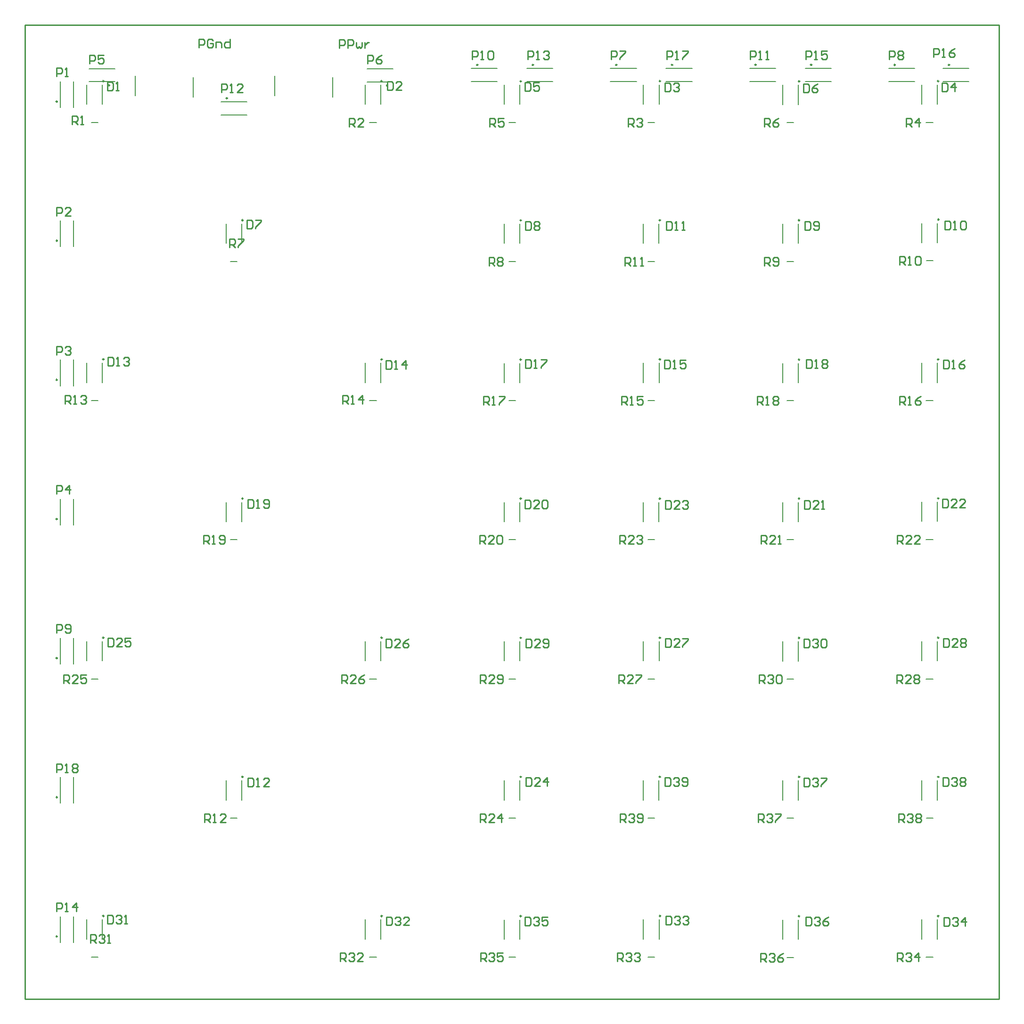
<source format=gto>
G04*
G04 #@! TF.GenerationSoftware,Altium Limited,Altium Designer,20.0.13 (296)*
G04*
G04 Layer_Color=65535*
%FSLAX44Y44*%
%MOMM*%
G71*
G01*
G75*
%ADD10C,0.2500*%
%ADD11C,0.2000*%
%ADD12C,0.2540*%
D10*
X1661092Y1678200D02*
G03*
X1661092Y1678200I-1250J0D01*
G01*
X1391737Y148664D02*
G03*
X1391737Y148664I-1250J0D01*
G01*
Y648664D02*
G03*
X1391737Y648664I-1250J0D01*
G01*
Y1148664D02*
G03*
X1391737Y1148664I-1250J0D01*
G01*
Y1648664D02*
G03*
X1391737Y1648664I-1250J0D01*
G01*
X1141589Y1398961D02*
G03*
X1141589Y1398961I-1250J0D01*
G01*
Y898961D02*
G03*
X1141589Y898961I-1250J0D01*
G01*
Y398961D02*
G03*
X1141589Y398961I-1250J0D01*
G01*
X891658Y148795D02*
G03*
X891658Y148795I-1250J0D01*
G01*
Y648795D02*
G03*
X891658Y648795I-1250J0D01*
G01*
Y1148795D02*
G03*
X891658Y1148795I-1250J0D01*
G01*
Y1648795D02*
G03*
X891658Y1648795I-1250J0D01*
G01*
X1642091Y1400270D02*
G03*
X1642091Y1400270I-1250J0D01*
G01*
X1641750Y899505D02*
G03*
X1641750Y899505I-1250J0D01*
G01*
X1641909Y398897D02*
G03*
X1641909Y398897I-1250J0D01*
G01*
X1641750Y149000D02*
G03*
X1641750Y149000I-1250J0D01*
G01*
Y649000D02*
G03*
X1641750Y649000I-1250J0D01*
G01*
Y1149000D02*
G03*
X1641750Y1149000I-1250J0D01*
G01*
Y1649000D02*
G03*
X1641750Y1649000I-1250J0D01*
G01*
X1391750Y1399000D02*
G03*
X1391750Y1399000I-1250J0D01*
G01*
Y899000D02*
G03*
X1391750Y899000I-1250J0D01*
G01*
Y399000D02*
G03*
X1391750Y399000I-1250J0D01*
G01*
X1141750Y149000D02*
G03*
X1141750Y149000I-1250J0D01*
G01*
Y649000D02*
G03*
X1141750Y649000I-1250J0D01*
G01*
Y1149000D02*
G03*
X1141750Y1149000I-1250J0D01*
G01*
Y1649000D02*
G03*
X1141750Y1649000I-1250J0D01*
G01*
X891750Y1399000D02*
G03*
X891750Y1399000I-1250J0D01*
G01*
Y899000D02*
G03*
X891750Y899000I-1250J0D01*
G01*
Y399000D02*
G03*
X891750Y399000I-1250J0D01*
G01*
X641750Y149000D02*
G03*
X641750Y149000I-1250J0D01*
G01*
Y649000D02*
G03*
X641750Y649000I-1250J0D01*
G01*
Y1149000D02*
G03*
X641750Y1149000I-1250J0D01*
G01*
X141750Y1649000D02*
G03*
X141750Y1649000I-1250J0D01*
G01*
X641750D02*
G03*
X641750Y1649000I-1250J0D01*
G01*
X391750Y1399000D02*
G03*
X391750Y1399000I-1250J0D01*
G01*
Y899000D02*
G03*
X391750Y899000I-1250J0D01*
G01*
Y399000D02*
G03*
X391750Y399000I-1250J0D01*
G01*
X141750Y149000D02*
G03*
X141750Y149000I-1250J0D01*
G01*
Y649000D02*
G03*
X141750Y649000I-1250J0D01*
G01*
Y1149000D02*
G03*
X141750Y1149000I-1250J0D01*
G01*
X58050Y1612300D02*
G03*
X58050Y1612300I-1250J0D01*
G01*
Y1362300D02*
G03*
X58050Y1362300I-1250J0D01*
G01*
Y1112300D02*
G03*
X58050Y1112300I-1250J0D01*
G01*
Y862300D02*
G03*
X58050Y862300I-1250J0D01*
G01*
X151842Y1641530D02*
G03*
X151842Y1641530I-1250J0D01*
G01*
X651650Y1641230D02*
G03*
X651650Y1641230I-1250J0D01*
G01*
X1063550Y1678200D02*
G03*
X1063550Y1678200I-1250J0D01*
G01*
X1563550D02*
G03*
X1563550Y1678200I-1250J0D01*
G01*
X58050Y612300D02*
G03*
X58050Y612300I-1250J0D01*
G01*
X813550Y1678200D02*
G03*
X813550Y1678200I-1250J0D01*
G01*
X1313550D02*
G03*
X1313550Y1678200I-1250J0D01*
G01*
X363550Y1618200D02*
G03*
X363550Y1618200I-1250J0D01*
G01*
X913550Y1678200D02*
G03*
X913550Y1678200I-1250J0D01*
G01*
X58050Y112300D02*
G03*
X58050Y112300I-1250J0D01*
G01*
X1413550Y1678200D02*
G03*
X1413550Y1678200I-1250J0D01*
G01*
X1163550D02*
G03*
X1163550Y1678200I-1250J0D01*
G01*
X58050Y362300D02*
G03*
X58050Y362300I-1250J0D01*
G01*
D11*
X1649192Y1671700D02*
X1695892D01*
X1649192Y1648300D02*
X1695892D01*
X448250Y1623250D02*
Y1658250D01*
X552250Y1620500D02*
Y1655500D01*
X198250Y1623250D02*
Y1658250D01*
X302250Y1620500D02*
Y1655500D01*
X1368987Y74664D02*
X1380987D01*
X1360987Y107164D02*
Y142164D01*
X1388987Y107164D02*
Y142164D01*
X1368987Y574664D02*
X1380987D01*
X1360987Y607164D02*
Y642164D01*
X1388987Y607164D02*
Y642164D01*
X1368987Y1074664D02*
X1380987D01*
X1360987Y1107164D02*
Y1142164D01*
X1388987Y1107164D02*
Y1142164D01*
X1368987Y1574664D02*
X1380987D01*
X1360987Y1607164D02*
Y1642164D01*
X1388987Y1607164D02*
Y1642164D01*
X1118839Y1324961D02*
X1130839D01*
X1110839Y1357461D02*
Y1392461D01*
X1138839Y1357461D02*
Y1392461D01*
X1110839Y857461D02*
Y892461D01*
X1138839Y857461D02*
Y892461D01*
Y357461D02*
Y392461D01*
X1110839Y357461D02*
Y392461D01*
X1118839Y324961D02*
X1130839D01*
X868908Y74795D02*
X880908D01*
X860908Y107295D02*
Y142295D01*
X888908Y107295D02*
Y142295D01*
X868908Y574795D02*
X880908D01*
X860908Y607295D02*
Y642295D01*
X888908Y607295D02*
Y642295D01*
X868908Y1074795D02*
X880908D01*
X860908Y1107295D02*
Y1142295D01*
X888908Y1107295D02*
Y1142295D01*
X868908Y1574795D02*
X880908D01*
X860908Y1607295D02*
Y1642295D01*
X888908Y1607295D02*
Y1642295D01*
X1619341Y1326270D02*
X1631341D01*
X1611341Y1358770D02*
Y1393770D01*
X1639341Y1358770D02*
Y1393770D01*
X1619000Y825505D02*
X1631000D01*
X1611000Y858005D02*
Y893005D01*
X1639000Y858005D02*
Y893005D01*
X1639159Y357397D02*
Y392397D01*
X1611159Y357397D02*
Y392397D01*
X1619159Y324897D02*
X1631159D01*
X1619000Y75000D02*
X1631000D01*
X1611000Y107500D02*
Y142500D01*
X1639000Y107500D02*
Y142500D01*
X1619000Y575000D02*
X1631000D01*
X1611000Y607500D02*
Y642500D01*
X1639000Y607500D02*
Y642500D01*
X1619000Y1075000D02*
X1631000D01*
X1611000Y1107500D02*
Y1142500D01*
X1639000Y1107500D02*
Y1142500D01*
X1619000Y1575000D02*
X1631000D01*
X1611000Y1607500D02*
Y1642500D01*
X1639000Y1607500D02*
Y1642500D01*
X1361000Y1357500D02*
Y1392500D01*
X1389000Y1357500D02*
Y1392500D01*
X1369000Y1325000D02*
X1381000D01*
X1369000Y825000D02*
X1381000D01*
X1361000Y857500D02*
Y892500D01*
X1389000Y857500D02*
Y892500D01*
Y357500D02*
Y392500D01*
X1361000Y357500D02*
Y392500D01*
X1369000Y325000D02*
X1381000D01*
X1119000Y75000D02*
X1131000D01*
X1111000Y107500D02*
Y142500D01*
X1139000Y107500D02*
Y142500D01*
X1119000Y575000D02*
X1131000D01*
X1111000Y607500D02*
Y642500D01*
X1139000Y607500D02*
Y642500D01*
X1119000Y1075000D02*
X1131000D01*
X1111000Y1107500D02*
Y1142500D01*
X1139000Y1107500D02*
Y1142500D01*
X1119000Y1575000D02*
X1131000D01*
X1111000Y1607500D02*
Y1642500D01*
X1139000Y1607500D02*
Y1642500D01*
X619000Y1575000D02*
X631000D01*
X861000Y1357500D02*
Y1392500D01*
X889000Y1357500D02*
Y1392500D01*
X869000Y1325000D02*
X881000D01*
X861000Y857500D02*
Y892500D01*
X889000Y857500D02*
Y892500D01*
X869000Y825000D02*
X881000D01*
X861000Y357500D02*
Y392500D01*
X889000Y357500D02*
Y392500D01*
X869000Y325000D02*
X881000D01*
X619000Y75000D02*
X631000D01*
X611000Y107500D02*
Y142500D01*
X639000Y107500D02*
Y142500D01*
X369000Y325000D02*
X381000D01*
X119000Y575000D02*
X131000D01*
X619000D02*
X631000D01*
X611000Y607500D02*
Y642500D01*
X639000Y607500D02*
Y642500D01*
X611000Y1107500D02*
Y1142500D01*
X639000Y1107500D02*
Y1142500D01*
X119000Y1075000D02*
X131000D01*
X619000D02*
X631000D01*
X111000Y1607500D02*
Y1642500D01*
X139000Y1607500D02*
Y1642500D01*
X611000Y1607500D02*
Y1642500D01*
X639000Y1607500D02*
Y1642500D01*
X361000Y1357500D02*
Y1392500D01*
X389000Y1357500D02*
Y1392500D01*
X361000Y857500D02*
Y892500D01*
X389000Y857500D02*
Y892500D01*
X361000Y357500D02*
Y392500D01*
X389000Y357500D02*
Y392500D01*
X111000Y107500D02*
Y142500D01*
X139000Y107500D02*
Y142500D01*
X111000Y607500D02*
Y642500D01*
X139000Y607500D02*
Y642500D01*
X111000Y1107500D02*
Y1142500D01*
X139000Y1107500D02*
Y1142500D01*
X119000Y1575000D02*
X131000D01*
X369000Y825000D02*
X381000D01*
X1118839Y824961D02*
X1130839D01*
X369000Y1325000D02*
X381000D01*
X86700Y1601650D02*
Y1648350D01*
X63300Y1601650D02*
Y1648350D01*
X86700Y1351650D02*
Y1398350D01*
X63300Y1351650D02*
Y1398350D01*
X86700Y1101650D02*
Y1148350D01*
X63300Y1101650D02*
Y1148350D01*
X86700Y851650D02*
Y898350D01*
X63300Y851650D02*
Y898350D01*
X114542Y1671430D02*
X161242D01*
X114542Y1648030D02*
X161242D01*
X614350Y1671131D02*
X661050D01*
X614350Y1647731D02*
X661050D01*
X1051650Y1648300D02*
X1098350D01*
X1051650Y1671700D02*
X1098350D01*
X1551650Y1648300D02*
X1598350D01*
X1551650Y1671700D02*
X1598350D01*
X86700Y601650D02*
Y648350D01*
X63300Y601650D02*
Y648350D01*
X801650Y1648300D02*
X848350D01*
X801650Y1671700D02*
X848350D01*
X1301650Y1648300D02*
X1348350D01*
X1301650Y1671700D02*
X1348350D01*
X351650Y1588300D02*
X398350D01*
X351650Y1611700D02*
X398350D01*
X119000Y75000D02*
X131000D01*
X901650Y1648300D02*
X948350D01*
X901650Y1671700D02*
X948350D01*
X86700Y101650D02*
Y148350D01*
X63300Y101650D02*
Y148350D01*
X1401650Y1648300D02*
X1448350D01*
X1401650Y1671700D02*
X1448350D01*
X1151650Y1648300D02*
X1198350D01*
X1151650Y1671700D02*
X1198350D01*
X86700Y351650D02*
Y398350D01*
X63300Y351650D02*
Y398350D01*
D12*
X1632272Y1692208D02*
Y1707443D01*
X1639889D01*
X1642429Y1704904D01*
Y1699826D01*
X1639889Y1697286D01*
X1632272D01*
X1647507Y1692208D02*
X1652585D01*
X1650046D01*
Y1707443D01*
X1647507Y1704904D01*
X1670359Y1707443D02*
X1665281Y1704904D01*
X1660203Y1699826D01*
Y1694747D01*
X1662742Y1692208D01*
X1667820D01*
X1670359Y1694747D01*
Y1697286D01*
X1667820Y1699826D01*
X1660203D01*
X564480Y1708499D02*
Y1723734D01*
X572097D01*
X574636Y1721195D01*
Y1716116D01*
X572097Y1713577D01*
X564480D01*
X579715Y1708499D02*
Y1723734D01*
X587332D01*
X589871Y1721195D01*
Y1716116D01*
X587332Y1713577D01*
X579715D01*
X594950Y1718656D02*
Y1711038D01*
X597489Y1708499D01*
X600028Y1711038D01*
X602567Y1708499D01*
X605107Y1711038D01*
Y1718656D01*
X610185D02*
Y1708499D01*
Y1713577D01*
X612724Y1716116D01*
X615263Y1718656D01*
X617802D01*
X312154Y1709493D02*
Y1724728D01*
X319771D01*
X322310Y1722189D01*
Y1717111D01*
X319771Y1714571D01*
X312154D01*
X337546Y1722189D02*
X335006Y1724728D01*
X329928D01*
X327389Y1722189D01*
Y1712032D01*
X329928Y1709493D01*
X335006D01*
X337546Y1712032D01*
Y1717111D01*
X332467D01*
X342624Y1709493D02*
Y1719650D01*
X350241D01*
X352781Y1717111D01*
Y1709493D01*
X368016Y1724728D02*
Y1709493D01*
X360398D01*
X357859Y1712032D01*
Y1717111D01*
X360398Y1719650D01*
X368016D01*
X1069141Y317343D02*
Y332579D01*
X1076758D01*
X1079297Y330039D01*
Y324961D01*
X1076758Y322422D01*
X1069141D01*
X1074219D02*
X1079297Y317343D01*
X1084376Y330039D02*
X1086915Y332579D01*
X1091993D01*
X1094532Y330039D01*
Y327500D01*
X1091993Y324961D01*
X1089454D01*
X1091993D01*
X1094532Y322422D01*
Y319883D01*
X1091993Y317343D01*
X1086915D01*
X1084376Y319883D01*
X1099611D02*
X1102150Y317343D01*
X1107228D01*
X1109768Y319883D01*
Y330039D01*
X1107228Y332579D01*
X1102150D01*
X1099611Y330039D01*
Y327500D01*
X1102150Y324961D01*
X1109768D01*
X1569409Y317279D02*
Y332514D01*
X1577026D01*
X1579565Y329975D01*
Y324897D01*
X1577026Y322357D01*
X1569409D01*
X1574487D02*
X1579565Y317279D01*
X1584644Y329975D02*
X1587183Y332514D01*
X1592261D01*
X1594800Y329975D01*
Y327436D01*
X1592261Y324897D01*
X1589722D01*
X1592261D01*
X1594800Y322357D01*
Y319818D01*
X1592261Y317279D01*
X1587183D01*
X1584644Y319818D01*
X1599879Y329975D02*
X1602418Y332514D01*
X1607496D01*
X1610035Y329975D01*
Y327436D01*
X1607496Y324897D01*
X1610035Y322357D01*
Y319818D01*
X1607496Y317279D01*
X1602418D01*
X1599879Y319818D01*
Y322357D01*
X1602418Y324897D01*
X1599879Y327436D01*
Y329975D01*
X1602418Y324897D02*
X1607496D01*
X1317009Y317382D02*
Y332617D01*
X1324627D01*
X1327166Y330078D01*
Y325000D01*
X1324627Y322461D01*
X1317009D01*
X1322088D02*
X1327166Y317382D01*
X1332244Y330078D02*
X1334783Y332617D01*
X1339862D01*
X1342401Y330078D01*
Y327539D01*
X1339862Y325000D01*
X1337323D01*
X1339862D01*
X1342401Y322461D01*
Y319922D01*
X1339862Y317382D01*
X1334783D01*
X1332244Y319922D01*
X1347479Y332617D02*
X1357636D01*
Y330078D01*
X1347479Y319922D01*
Y317382D01*
X1149565Y398063D02*
Y382828D01*
X1157182D01*
X1159722Y385368D01*
Y395524D01*
X1157182Y398063D01*
X1149565D01*
X1164800Y395524D02*
X1167339Y398063D01*
X1172418D01*
X1174957Y395524D01*
Y392985D01*
X1172418Y390446D01*
X1169878D01*
X1172418D01*
X1174957Y387907D01*
Y385368D01*
X1172418Y382828D01*
X1167339D01*
X1164800Y385368D01*
X1180035D02*
X1182574Y382828D01*
X1187653D01*
X1190192Y385368D01*
Y395524D01*
X1187653Y398063D01*
X1182574D01*
X1180035Y395524D01*
Y392985D01*
X1182574Y390446D01*
X1190192D01*
X1649285Y397997D02*
Y382762D01*
X1656903D01*
X1659442Y385301D01*
Y395458D01*
X1656903Y397997D01*
X1649285D01*
X1664520Y395458D02*
X1667060Y397997D01*
X1672138D01*
X1674677Y395458D01*
Y392919D01*
X1672138Y390380D01*
X1669599D01*
X1672138D01*
X1674677Y387840D01*
Y385301D01*
X1672138Y382762D01*
X1667060D01*
X1664520Y385301D01*
X1679756Y395458D02*
X1682295Y397997D01*
X1687373D01*
X1689912Y395458D01*
Y392919D01*
X1687373Y390380D01*
X1689912Y387840D01*
Y385301D01*
X1687373Y382762D01*
X1682295D01*
X1679756Y385301D01*
Y387840D01*
X1682295Y390380D01*
X1679756Y392919D01*
Y395458D01*
X1682295Y390380D02*
X1687373D01*
X1399622Y397004D02*
Y381769D01*
X1407239D01*
X1409778Y384308D01*
Y394465D01*
X1407239Y397004D01*
X1399622D01*
X1414857Y394465D02*
X1417396Y397004D01*
X1422474D01*
X1425013Y394465D01*
Y391926D01*
X1422474Y389387D01*
X1419935D01*
X1422474D01*
X1425013Y386847D01*
Y384308D01*
X1422474Y381769D01*
X1417396D01*
X1414857Y384308D01*
X1430092Y397004D02*
X1440249D01*
Y394465D01*
X1430092Y384308D01*
Y381769D01*
X1321111Y67046D02*
Y82281D01*
X1328728D01*
X1331267Y79742D01*
Y74664D01*
X1328728Y72125D01*
X1321111D01*
X1326189D02*
X1331267Y67046D01*
X1336346Y79742D02*
X1338885Y82281D01*
X1343963D01*
X1346503Y79742D01*
Y77203D01*
X1343963Y74664D01*
X1341424D01*
X1343963D01*
X1346503Y72125D01*
Y69586D01*
X1343963Y67046D01*
X1338885D01*
X1336346Y69586D01*
X1361738Y82281D02*
X1356659Y79742D01*
X1351581Y74664D01*
Y69586D01*
X1354120Y67046D01*
X1359198D01*
X1361738Y69586D01*
Y72125D01*
X1359198Y74664D01*
X1351581D01*
X818090Y67177D02*
Y82413D01*
X825707D01*
X828247Y79873D01*
Y74795D01*
X825707Y72256D01*
X818090D01*
X823168D02*
X828247Y67177D01*
X833325Y79873D02*
X835864Y82413D01*
X840943D01*
X843482Y79873D01*
Y77334D01*
X840943Y74795D01*
X838403D01*
X840943D01*
X843482Y72256D01*
Y69717D01*
X840943Y67177D01*
X835864D01*
X833325Y69717D01*
X858717Y82413D02*
X848560D01*
Y74795D01*
X853638Y77334D01*
X856178D01*
X858717Y74795D01*
Y69717D01*
X856178Y67177D01*
X851099D01*
X848560Y69717D01*
X1567035Y67382D02*
Y82618D01*
X1574652D01*
X1577192Y80078D01*
Y75000D01*
X1574652Y72461D01*
X1567035D01*
X1572113D02*
X1577192Y67382D01*
X1582270Y80078D02*
X1584809Y82618D01*
X1589888D01*
X1592427Y80078D01*
Y77539D01*
X1589888Y75000D01*
X1587348D01*
X1589888D01*
X1592427Y72461D01*
Y69922D01*
X1589888Y67382D01*
X1584809D01*
X1582270Y69922D01*
X1605123Y67382D02*
Y82618D01*
X1597505Y75000D01*
X1607662D01*
X1064248Y67382D02*
Y82618D01*
X1071866D01*
X1074405Y80078D01*
Y75000D01*
X1071866Y72461D01*
X1064248D01*
X1069327D02*
X1074405Y67382D01*
X1079483Y80078D02*
X1082023Y82618D01*
X1087101D01*
X1089640Y80078D01*
Y77539D01*
X1087101Y75000D01*
X1084562D01*
X1087101D01*
X1089640Y72461D01*
Y69922D01*
X1087101Y67382D01*
X1082023D01*
X1079483Y69922D01*
X1094718Y80078D02*
X1097258Y82618D01*
X1102336D01*
X1104875Y80078D01*
Y77539D01*
X1102336Y75000D01*
X1099797D01*
X1102336D01*
X1104875Y72461D01*
Y69922D01*
X1102336Y67382D01*
X1097258D01*
X1094718Y69922D01*
X566385Y67382D02*
Y82618D01*
X574003D01*
X576542Y80078D01*
Y75000D01*
X574003Y72461D01*
X566385D01*
X571464D02*
X576542Y67382D01*
X581620Y80078D02*
X584160Y82618D01*
X589238D01*
X591777Y80078D01*
Y77539D01*
X589238Y75000D01*
X586699D01*
X589238D01*
X591777Y72461D01*
Y69922D01*
X589238Y67382D01*
X584160D01*
X581620Y69922D01*
X607012Y67382D02*
X596856D01*
X607012Y77539D01*
Y80078D01*
X604473Y82618D01*
X599395D01*
X596856Y80078D01*
X117634Y100654D02*
Y115889D01*
X125252D01*
X127791Y113350D01*
Y108272D01*
X125252Y105732D01*
X117634D01*
X122712D02*
X127791Y100654D01*
X132869Y113350D02*
X135408Y115889D01*
X140487D01*
X143026Y113350D01*
Y110811D01*
X140487Y108272D01*
X137947D01*
X140487D01*
X143026Y105732D01*
Y103193D01*
X140487Y100654D01*
X135408D01*
X132869Y103193D01*
X148104Y100654D02*
X153182D01*
X150643D01*
Y115889D01*
X148104Y113350D01*
X1318697Y567046D02*
Y582281D01*
X1326315D01*
X1328854Y579742D01*
Y574664D01*
X1326315Y572125D01*
X1318697D01*
X1323775D02*
X1328854Y567046D01*
X1333932Y579742D02*
X1336471Y582281D01*
X1341550D01*
X1344089Y579742D01*
Y577203D01*
X1341550Y574664D01*
X1339010D01*
X1341550D01*
X1344089Y572125D01*
Y569586D01*
X1341550Y567046D01*
X1336471D01*
X1333932Y569586D01*
X1349167Y579742D02*
X1351706Y582281D01*
X1356785D01*
X1359324Y579742D01*
Y569586D01*
X1356785Y567046D01*
X1351706D01*
X1349167Y569586D01*
Y579742D01*
X817543Y567177D02*
Y582412D01*
X825160D01*
X827700Y579873D01*
Y574795D01*
X825160Y572256D01*
X817543D01*
X822621D02*
X827700Y567177D01*
X842935D02*
X832778D01*
X842935Y577334D01*
Y579873D01*
X840396Y582412D01*
X835317D01*
X832778Y579873D01*
X848013Y569717D02*
X850552Y567177D01*
X855630D01*
X858170Y569717D01*
Y579873D01*
X855630Y582412D01*
X850552D01*
X848013Y579873D01*
Y577334D01*
X850552Y574795D01*
X858170D01*
X1566488Y567383D02*
Y582617D01*
X1574105D01*
X1576644Y580078D01*
Y575000D01*
X1574105Y572461D01*
X1566488D01*
X1571566D02*
X1576644Y567383D01*
X1591879D02*
X1581723D01*
X1591879Y577539D01*
Y580078D01*
X1589340Y582617D01*
X1584262D01*
X1581723Y580078D01*
X1596958D02*
X1599497Y582617D01*
X1604575D01*
X1607115Y580078D01*
Y577539D01*
X1604575Y575000D01*
X1607115Y572461D01*
Y569922D01*
X1604575Y567383D01*
X1599497D01*
X1596958Y569922D01*
Y572461D01*
X1599497Y575000D01*
X1596958Y577539D01*
Y580078D01*
X1599497Y575000D02*
X1604575D01*
X1066984Y567383D02*
Y582617D01*
X1074602D01*
X1077141Y580078D01*
Y575000D01*
X1074602Y572461D01*
X1066984D01*
X1072062D02*
X1077141Y567383D01*
X1092376D02*
X1082219D01*
X1092376Y577539D01*
Y580078D01*
X1089837Y582617D01*
X1084758D01*
X1082219Y580078D01*
X1097454Y582617D02*
X1107611D01*
Y580078D01*
X1097454Y569922D01*
Y567383D01*
X568574D02*
Y582617D01*
X576191D01*
X578731Y580078D01*
Y575000D01*
X576191Y572461D01*
X568574D01*
X573652D02*
X578731Y567383D01*
X593966D02*
X583809D01*
X593966Y577539D01*
Y580078D01*
X591426Y582617D01*
X586348D01*
X583809Y580078D01*
X609201Y582617D02*
X604122Y580078D01*
X599044Y575000D01*
Y569922D01*
X601583Y567383D01*
X606661D01*
X609201Y569922D01*
Y572461D01*
X606661Y575000D01*
X599044D01*
X69069Y567383D02*
Y582617D01*
X76687D01*
X79226Y580078D01*
Y575000D01*
X76687Y572461D01*
X69069D01*
X74147D02*
X79226Y567383D01*
X94461D02*
X84304D01*
X94461Y577539D01*
Y580078D01*
X91922Y582617D01*
X86843D01*
X84304Y580078D01*
X109696Y582617D02*
X99539D01*
Y575000D01*
X104618Y577539D01*
X107157D01*
X109696Y575000D01*
Y569922D01*
X107157Y567383D01*
X102078D01*
X99539Y569922D01*
X817506Y317382D02*
Y332617D01*
X825123D01*
X827662Y330078D01*
Y325000D01*
X825123Y322461D01*
X817506D01*
X822584D02*
X827662Y317382D01*
X842897D02*
X832741D01*
X842897Y327539D01*
Y330078D01*
X840358Y332617D01*
X835280D01*
X832741Y330078D01*
X855593Y317382D02*
Y332617D01*
X847976Y325000D01*
X858132D01*
X1068046Y817344D02*
Y832579D01*
X1075664D01*
X1078203Y830039D01*
Y824961D01*
X1075664Y822422D01*
X1068046D01*
X1073125D02*
X1078203Y817344D01*
X1093438D02*
X1083282D01*
X1093438Y827500D01*
Y830039D01*
X1090899Y832579D01*
X1085821D01*
X1083282Y830039D01*
X1098517D02*
X1101056Y832579D01*
X1106134D01*
X1108673Y830039D01*
Y827500D01*
X1106134Y824961D01*
X1103595D01*
X1106134D01*
X1108673Y822422D01*
Y819883D01*
X1106134Y817344D01*
X1101056D01*
X1098517Y819883D01*
X1567061Y817888D02*
Y833123D01*
X1574679D01*
X1577218Y830584D01*
Y825505D01*
X1574679Y822966D01*
X1567061D01*
X1572139D02*
X1577218Y817888D01*
X1592453D02*
X1582296D01*
X1592453Y828045D01*
Y830584D01*
X1589914Y833123D01*
X1584835D01*
X1582296Y830584D01*
X1607688Y817888D02*
X1597531D01*
X1607688Y828045D01*
Y830584D01*
X1605149Y833123D01*
X1600070D01*
X1597531Y830584D01*
X1322284Y817383D02*
Y832617D01*
X1329901D01*
X1332441Y830078D01*
Y825000D01*
X1329901Y822461D01*
X1322284D01*
X1327362D02*
X1332441Y817383D01*
X1347676D02*
X1337519D01*
X1347676Y827539D01*
Y830078D01*
X1345137Y832617D01*
X1340058D01*
X1337519Y830078D01*
X1352754Y817383D02*
X1357832D01*
X1355293D01*
Y832617D01*
X1352754Y830078D01*
X816411Y817383D02*
Y832617D01*
X824029D01*
X826568Y830078D01*
Y825000D01*
X824029Y822461D01*
X816411D01*
X821490D02*
X826568Y817383D01*
X841803D02*
X831646D01*
X841803Y827539D01*
Y830078D01*
X839264Y832617D01*
X834186D01*
X831646Y830078D01*
X846881D02*
X849421Y832617D01*
X854499D01*
X857038Y830078D01*
Y819922D01*
X854499Y817383D01*
X849421D01*
X846881Y819922D01*
Y830078D01*
X320365Y817383D02*
Y832617D01*
X327982D01*
X330521Y830078D01*
Y825000D01*
X327982Y822461D01*
X320365D01*
X325443D02*
X330521Y817383D01*
X335600D02*
X340678D01*
X338139D01*
Y832617D01*
X335600Y830078D01*
X348296Y819922D02*
X350835Y817383D01*
X355913D01*
X358452Y819922D01*
Y830078D01*
X355913Y832617D01*
X350835D01*
X348296Y830078D01*
Y827539D01*
X350835Y825000D01*
X358452D01*
X1315895Y1067046D02*
Y1082281D01*
X1323513D01*
X1326052Y1079742D01*
Y1074664D01*
X1323513Y1072125D01*
X1315895D01*
X1320974D02*
X1326052Y1067046D01*
X1331130D02*
X1336209D01*
X1333670D01*
Y1082281D01*
X1331130Y1079742D01*
X1343826D02*
X1346366Y1082281D01*
X1351444D01*
X1353983Y1079742D01*
Y1077203D01*
X1351444Y1074664D01*
X1353983Y1072125D01*
Y1069585D01*
X1351444Y1067046D01*
X1346366D01*
X1343826Y1069585D01*
Y1072125D01*
X1346366Y1074664D01*
X1343826Y1077203D01*
Y1079742D01*
X1346366Y1074664D02*
X1351444D01*
X823736Y1067177D02*
Y1082412D01*
X831354D01*
X833893Y1079873D01*
Y1074795D01*
X831354Y1072256D01*
X823736D01*
X828815D02*
X833893Y1067177D01*
X838971D02*
X844050D01*
X841511D01*
Y1082412D01*
X838971Y1079873D01*
X851667Y1082412D02*
X861824D01*
Y1079873D01*
X851667Y1069717D01*
Y1067177D01*
X1571587Y1067382D02*
Y1082617D01*
X1579205D01*
X1581744Y1080078D01*
Y1075000D01*
X1579205Y1072461D01*
X1571587D01*
X1576665D02*
X1581744Y1067382D01*
X1586822D02*
X1591900D01*
X1589361D01*
Y1082617D01*
X1586822Y1080078D01*
X1609675Y1082617D02*
X1604596Y1080078D01*
X1599518Y1075000D01*
Y1069922D01*
X1602057Y1067382D01*
X1607135D01*
X1609675Y1069922D01*
Y1072461D01*
X1607135Y1075000D01*
X1599518D01*
X1072083Y1067382D02*
Y1082617D01*
X1079701D01*
X1082240Y1080078D01*
Y1075000D01*
X1079701Y1072461D01*
X1072083D01*
X1077162D02*
X1082240Y1067382D01*
X1087318D02*
X1092397D01*
X1089857D01*
Y1082617D01*
X1087318Y1080078D01*
X1110171Y1082617D02*
X1100014D01*
Y1075000D01*
X1105093Y1077539D01*
X1107632D01*
X1110171Y1075000D01*
Y1069922D01*
X1107632Y1067382D01*
X1102553D01*
X1100014Y1069922D01*
X570391Y1069474D02*
Y1084709D01*
X578008D01*
X580547Y1082170D01*
Y1077092D01*
X578008Y1074553D01*
X570391D01*
X575469D02*
X580547Y1069474D01*
X585626D02*
X590704D01*
X588165D01*
Y1084709D01*
X585626Y1082170D01*
X605939Y1069474D02*
Y1084709D01*
X598321Y1077092D01*
X608478D01*
X71433Y1069474D02*
Y1084709D01*
X79050D01*
X81589Y1082170D01*
Y1077092D01*
X79050Y1074553D01*
X71433D01*
X76511D02*
X81589Y1069474D01*
X86668D02*
X91746D01*
X89207D01*
Y1084709D01*
X86668Y1082170D01*
X99364D02*
X101903Y1084709D01*
X106981D01*
X109521Y1082170D01*
Y1079631D01*
X106981Y1077092D01*
X104442D01*
X106981D01*
X109521Y1074553D01*
Y1072014D01*
X106981Y1069474D01*
X101903D01*
X99364Y1072014D01*
X322006Y317382D02*
Y332617D01*
X329623D01*
X332163Y330078D01*
Y325000D01*
X329623Y322461D01*
X322006D01*
X327084D02*
X332163Y317382D01*
X337241D02*
X342319D01*
X339780D01*
Y332617D01*
X337241Y330078D01*
X360094Y317382D02*
X349937D01*
X360094Y327539D01*
Y330078D01*
X357554Y332617D01*
X352476D01*
X349937Y330078D01*
X1077326Y1317343D02*
Y1332578D01*
X1084944D01*
X1087483Y1330039D01*
Y1324961D01*
X1084944Y1322422D01*
X1077326D01*
X1082405D02*
X1087483Y1317343D01*
X1092561D02*
X1097640D01*
X1095100D01*
Y1332578D01*
X1092561Y1330039D01*
X1105257Y1317343D02*
X1110335D01*
X1107796D01*
Y1332578D01*
X1105257Y1330039D01*
X1570860Y1318652D02*
Y1333887D01*
X1578478D01*
X1581017Y1331348D01*
Y1326270D01*
X1578478Y1323731D01*
X1570860D01*
X1575939D02*
X1581017Y1318652D01*
X1586095D02*
X1591174D01*
X1588635D01*
Y1333887D01*
X1586095Y1331348D01*
X1598791D02*
X1601331Y1333887D01*
X1606409D01*
X1608948Y1331348D01*
Y1321192D01*
X1606409Y1318652D01*
X1601331D01*
X1598791Y1321192D01*
Y1331348D01*
X1327909Y1317383D02*
Y1332617D01*
X1335527D01*
X1338066Y1330078D01*
Y1325000D01*
X1335527Y1322461D01*
X1327909D01*
X1332988D02*
X1338066Y1317383D01*
X1343144Y1319922D02*
X1345684Y1317383D01*
X1350762D01*
X1353301Y1319922D01*
Y1330078D01*
X1350762Y1332617D01*
X1345684D01*
X1343144Y1330078D01*
Y1327539D01*
X1345684Y1325000D01*
X1353301D01*
X833330Y1317383D02*
Y1332617D01*
X840947D01*
X843486Y1330078D01*
Y1325000D01*
X840947Y1322461D01*
X833330D01*
X838408D02*
X843486Y1317383D01*
X848565Y1330078D02*
X851104Y1332617D01*
X856182D01*
X858721Y1330078D01*
Y1327539D01*
X856182Y1325000D01*
X858721Y1322461D01*
Y1319922D01*
X856182Y1317383D01*
X851104D01*
X848565Y1319922D01*
Y1322461D01*
X851104Y1325000D01*
X848565Y1327539D01*
Y1330078D01*
X851104Y1325000D02*
X856182D01*
X367538Y1350541D02*
Y1365776D01*
X375156D01*
X377695Y1363237D01*
Y1358159D01*
X375156Y1355620D01*
X367538D01*
X372617D02*
X377695Y1350541D01*
X382774Y1365776D02*
X392930D01*
Y1363237D01*
X382774Y1353080D01*
Y1350541D01*
X1328029Y1567046D02*
Y1582281D01*
X1335646D01*
X1338185Y1579742D01*
Y1574664D01*
X1335646Y1572125D01*
X1328029D01*
X1333107D02*
X1338185Y1567046D01*
X1353420Y1582281D02*
X1348342Y1579742D01*
X1343264Y1574664D01*
Y1569586D01*
X1345803Y1567046D01*
X1350881D01*
X1353420Y1569586D01*
Y1572125D01*
X1350881Y1574664D01*
X1343264D01*
X834461Y1567177D02*
Y1582413D01*
X842079D01*
X844618Y1579873D01*
Y1574795D01*
X842079Y1572256D01*
X834461D01*
X839539D02*
X844618Y1567177D01*
X859853Y1582413D02*
X849696D01*
Y1574795D01*
X854774Y1577334D01*
X857314D01*
X859853Y1574795D01*
Y1569717D01*
X857314Y1567177D01*
X852235D01*
X849696Y1569717D01*
X1582859Y1567383D02*
Y1582617D01*
X1590476D01*
X1593016Y1580078D01*
Y1575000D01*
X1590476Y1572461D01*
X1582859D01*
X1587937D02*
X1593016Y1567383D01*
X1605712D02*
Y1582617D01*
X1598094Y1575000D01*
X1608251D01*
X1083902Y1567383D02*
Y1582617D01*
X1091520D01*
X1094059Y1580078D01*
Y1575000D01*
X1091520Y1572461D01*
X1083902D01*
X1088980D02*
X1094059Y1567383D01*
X1099137Y1580078D02*
X1101676Y1582617D01*
X1106755D01*
X1109294Y1580078D01*
Y1577539D01*
X1106755Y1575000D01*
X1104216D01*
X1106755D01*
X1109294Y1572461D01*
Y1569922D01*
X1106755Y1567383D01*
X1101676D01*
X1099137Y1569922D01*
X582210Y1567383D02*
Y1582617D01*
X589827D01*
X592366Y1580078D01*
Y1575000D01*
X589827Y1572461D01*
X582210D01*
X587288D02*
X592366Y1567383D01*
X607601D02*
X597444D01*
X607601Y1577539D01*
Y1580078D01*
X605062Y1582617D01*
X599984D01*
X597444Y1580078D01*
X84468Y1570890D02*
Y1586125D01*
X92086D01*
X94625Y1583586D01*
Y1578508D01*
X92086Y1575968D01*
X84468D01*
X89546D02*
X94625Y1570890D01*
X99703D02*
X104781D01*
X102242D01*
Y1586125D01*
X99703Y1583586D01*
X56864Y407130D02*
Y422365D01*
X64482D01*
X67021Y419826D01*
Y414748D01*
X64482Y412208D01*
X56864D01*
X72099Y407130D02*
X77177D01*
X74638D01*
Y422365D01*
X72099Y419826D01*
X84795D02*
X87334Y422365D01*
X92413D01*
X94952Y419826D01*
Y417287D01*
X92413Y414748D01*
X94952Y412208D01*
Y409669D01*
X92413Y407130D01*
X87334D01*
X84795Y409669D01*
Y412208D01*
X87334Y414748D01*
X84795Y417287D01*
Y419826D01*
X87334Y414748D02*
X92413D01*
X1152874Y1688306D02*
Y1703541D01*
X1160491D01*
X1163031Y1701002D01*
Y1695923D01*
X1160491Y1693384D01*
X1152874D01*
X1168109Y1688306D02*
X1173187D01*
X1170648D01*
Y1703541D01*
X1168109Y1701002D01*
X1180805Y1703541D02*
X1190962D01*
Y1701002D01*
X1180805Y1690845D01*
Y1688306D01*
X1403064D02*
Y1703541D01*
X1410681D01*
X1413221Y1701002D01*
Y1695923D01*
X1410681Y1693384D01*
X1403064D01*
X1418299Y1688306D02*
X1423377D01*
X1420838D01*
Y1703541D01*
X1418299Y1701002D01*
X1441152Y1703541D02*
X1430995D01*
Y1695923D01*
X1436073Y1698463D01*
X1438613D01*
X1441152Y1695923D01*
Y1690845D01*
X1438613Y1688306D01*
X1433534D01*
X1430995Y1690845D01*
X56864Y157194D02*
Y172429D01*
X64482D01*
X67021Y169890D01*
Y164811D01*
X64482Y162272D01*
X56864D01*
X72099Y157194D02*
X77177D01*
X74638D01*
Y172429D01*
X72099Y169890D01*
X92413Y157194D02*
Y172429D01*
X84795Y164811D01*
X94952D01*
X902938Y1688306D02*
Y1703541D01*
X910555D01*
X913095Y1701002D01*
Y1695923D01*
X910555Y1693384D01*
X902938D01*
X918173Y1688306D02*
X923251D01*
X920712D01*
Y1703541D01*
X918173Y1701002D01*
X930869D02*
X933408Y1703541D01*
X938486D01*
X941026Y1701002D01*
Y1698463D01*
X938486Y1695923D01*
X935947D01*
X938486D01*
X941026Y1693384D01*
Y1690845D01*
X938486Y1688306D01*
X933408D01*
X930869Y1690845D01*
X353028Y1628362D02*
Y1643597D01*
X360645D01*
X363185Y1641058D01*
Y1635979D01*
X360645Y1633440D01*
X353028D01*
X368263Y1628362D02*
X373341D01*
X370802D01*
Y1643597D01*
X368263Y1641058D01*
X391116Y1628362D02*
X380959D01*
X391116Y1638519D01*
Y1641058D01*
X388577Y1643597D01*
X383498D01*
X380959Y1641058D01*
X1302988Y1688306D02*
Y1703541D01*
X1310605D01*
X1313145Y1701002D01*
Y1695923D01*
X1310605Y1693384D01*
X1302988D01*
X1318223Y1688306D02*
X1323301D01*
X1320762D01*
Y1703541D01*
X1318223Y1701002D01*
X1330919Y1688306D02*
X1335997D01*
X1333458D01*
Y1703541D01*
X1330919Y1701002D01*
X802862Y1688306D02*
Y1703541D01*
X810480D01*
X813019Y1701002D01*
Y1695923D01*
X810480Y1693384D01*
X802862D01*
X818097Y1688306D02*
X823175D01*
X820636D01*
Y1703541D01*
X818097Y1701002D01*
X830793D02*
X833332Y1703541D01*
X838410D01*
X840950Y1701002D01*
Y1690845D01*
X838410Y1688306D01*
X833332D01*
X830793Y1690845D01*
Y1701002D01*
X56864Y657320D02*
Y672555D01*
X64482D01*
X67021Y670016D01*
Y664938D01*
X64482Y662398D01*
X56864D01*
X72099Y659859D02*
X74638Y657320D01*
X79717D01*
X82256Y659859D01*
Y670016D01*
X79717Y672555D01*
X74638D01*
X72099Y670016D01*
Y667477D01*
X74638Y664938D01*
X82256D01*
X1552924Y1688306D02*
Y1703541D01*
X1560542D01*
X1563081Y1701002D01*
Y1695923D01*
X1560542Y1693384D01*
X1552924D01*
X1568159Y1701002D02*
X1570698Y1703541D01*
X1575777D01*
X1578316Y1701002D01*
Y1698463D01*
X1575777Y1695923D01*
X1578316Y1693384D01*
Y1690845D01*
X1575777Y1688306D01*
X1570698D01*
X1568159Y1690845D01*
Y1693384D01*
X1570698Y1695923D01*
X1568159Y1698463D01*
Y1701002D01*
X1570698Y1695923D02*
X1575777D01*
X1053052Y1688306D02*
Y1703541D01*
X1060669D01*
X1063209Y1701002D01*
Y1695923D01*
X1060669Y1693384D01*
X1053052D01*
X1068287Y1703541D02*
X1078444D01*
Y1701002D01*
X1068287Y1690845D01*
Y1688306D01*
X615664Y1680116D02*
Y1695352D01*
X623282D01*
X625821Y1692812D01*
Y1687734D01*
X623282Y1685195D01*
X615664D01*
X641056Y1695352D02*
X635977Y1692812D01*
X630899Y1687734D01*
Y1682656D01*
X633438Y1680116D01*
X638517D01*
X641056Y1682656D01*
Y1685195D01*
X638517Y1687734D01*
X630899D01*
X115730Y1680416D02*
Y1695651D01*
X123348D01*
X125887Y1693112D01*
Y1688033D01*
X123348Y1685494D01*
X115730D01*
X141122Y1695651D02*
X130965D01*
Y1688033D01*
X136044Y1690573D01*
X138583D01*
X141122Y1688033D01*
Y1682955D01*
X138583Y1680416D01*
X133504D01*
X130965Y1682955D01*
X56864Y907256D02*
Y922491D01*
X64482D01*
X67021Y919952D01*
Y914874D01*
X64482Y912334D01*
X56864D01*
X79717Y907256D02*
Y922491D01*
X72099Y914874D01*
X82256D01*
X56864Y1157192D02*
Y1172427D01*
X64482D01*
X67021Y1169888D01*
Y1164809D01*
X64482Y1162270D01*
X56864D01*
X72099Y1169888D02*
X74638Y1172427D01*
X79717D01*
X82256Y1169888D01*
Y1167349D01*
X79717Y1164809D01*
X77177D01*
X79717D01*
X82256Y1162270D01*
Y1159731D01*
X79717Y1157192D01*
X74638D01*
X72099Y1159731D01*
X56864Y1407128D02*
Y1422363D01*
X64482D01*
X67021Y1419824D01*
Y1414745D01*
X64482Y1412206D01*
X56864D01*
X82256Y1407128D02*
X72099D01*
X82256Y1417285D01*
Y1419824D01*
X79717Y1422363D01*
X74638D01*
X72099Y1419824D01*
X56918Y1657147D02*
Y1672382D01*
X64535D01*
X67074Y1669843D01*
Y1664765D01*
X64535Y1662226D01*
X56918D01*
X72153Y1657147D02*
X77231D01*
X74692D01*
Y1672382D01*
X72153Y1669843D01*
X1402315Y146919D02*
Y131684D01*
X1409932D01*
X1412472Y134224D01*
Y144380D01*
X1409932Y146919D01*
X1402315D01*
X1417550Y144380D02*
X1420089Y146919D01*
X1425168D01*
X1427707Y144380D01*
Y141841D01*
X1425168Y139302D01*
X1422628D01*
X1425168D01*
X1427707Y136763D01*
Y134224D01*
X1425168Y131684D01*
X1420089D01*
X1417550Y134224D01*
X1442942Y146919D02*
X1437863Y144380D01*
X1432785Y139302D01*
Y134224D01*
X1435324Y131684D01*
X1440403D01*
X1442942Y134224D01*
Y136763D01*
X1440403Y139302D01*
X1432785D01*
X898514Y147324D02*
Y132089D01*
X906132D01*
X908671Y134628D01*
Y144785D01*
X906132Y147324D01*
X898514D01*
X913749Y144785D02*
X916288Y147324D01*
X921367D01*
X923906Y144785D01*
Y142246D01*
X921367Y139707D01*
X918827D01*
X921367D01*
X923906Y137168D01*
Y134628D01*
X921367Y132089D01*
X916288D01*
X913749Y134628D01*
X939141Y147324D02*
X928984D01*
Y139707D01*
X934062Y142246D01*
X936602D01*
X939141Y139707D01*
Y134628D01*
X936602Y132089D01*
X931523D01*
X928984Y134628D01*
X1650741Y146433D02*
Y131198D01*
X1658359D01*
X1660898Y133737D01*
Y143894D01*
X1658359Y146433D01*
X1650741D01*
X1665977Y143894D02*
X1668516Y146433D01*
X1673594D01*
X1676133Y143894D01*
Y141355D01*
X1673594Y138815D01*
X1671055D01*
X1673594D01*
X1676133Y136276D01*
Y133737D01*
X1673594Y131198D01*
X1668516D01*
X1665977Y133737D01*
X1688829Y131198D02*
Y146433D01*
X1681212Y138815D01*
X1691368D01*
X1151238Y148619D02*
Y133384D01*
X1158855D01*
X1161394Y135924D01*
Y146080D01*
X1158855Y148619D01*
X1151238D01*
X1166473Y146080D02*
X1169012Y148619D01*
X1174090D01*
X1176629Y146080D01*
Y143541D01*
X1174090Y141002D01*
X1171551D01*
X1174090D01*
X1176629Y138463D01*
Y135924D01*
X1174090Y133384D01*
X1169012D01*
X1166473Y135924D01*
X1181708Y146080D02*
X1184247Y148619D01*
X1189325D01*
X1191865Y146080D01*
Y143541D01*
X1189325Y141002D01*
X1186786D01*
X1189325D01*
X1191865Y138463D01*
Y135924D01*
X1189325Y133384D01*
X1184247D01*
X1181708Y135924D01*
X649545Y147523D02*
Y132288D01*
X657163D01*
X659702Y134827D01*
Y144984D01*
X657163Y147523D01*
X649545D01*
X664780Y144984D02*
X667319Y147523D01*
X672398D01*
X674937Y144984D01*
Y142445D01*
X672398Y139906D01*
X669858D01*
X672398D01*
X674937Y137367D01*
Y134827D01*
X672398Y132288D01*
X667319D01*
X664780Y134827D01*
X690172Y132288D02*
X680015D01*
X690172Y142445D01*
Y144984D01*
X687633Y147523D01*
X682554D01*
X680015Y144984D01*
X147655Y150257D02*
Y135022D01*
X155273D01*
X157812Y137561D01*
Y147718D01*
X155273Y150257D01*
X147655D01*
X162891Y147718D02*
X165430Y150257D01*
X170508D01*
X173047Y147718D01*
Y145178D01*
X170508Y142639D01*
X167969D01*
X170508D01*
X173047Y140100D01*
Y137561D01*
X170508Y135022D01*
X165430D01*
X162891Y137561D01*
X178126Y135022D02*
X183204D01*
X180665D01*
Y150257D01*
X178126Y147718D01*
X1399497Y646957D02*
Y631722D01*
X1407114D01*
X1409653Y634261D01*
Y644417D01*
X1407114Y646957D01*
X1399497D01*
X1414732Y644417D02*
X1417271Y646957D01*
X1422349D01*
X1424888Y644417D01*
Y641878D01*
X1422349Y639339D01*
X1419810D01*
X1422349D01*
X1424888Y636800D01*
Y634261D01*
X1422349Y631722D01*
X1417271D01*
X1414732Y634261D01*
X1429967Y644417D02*
X1432506Y646957D01*
X1437584D01*
X1440124Y644417D01*
Y634261D01*
X1437584Y631722D01*
X1432506D01*
X1429967Y634261D01*
Y644417D01*
X900155Y646829D02*
Y631594D01*
X907773D01*
X910312Y634133D01*
Y644290D01*
X907773Y646829D01*
X900155D01*
X925547Y631594D02*
X915390D01*
X925547Y641751D01*
Y644290D01*
X923008Y646829D01*
X917930D01*
X915390Y644290D01*
X930625Y634133D02*
X933165Y631594D01*
X938243D01*
X940782Y634133D01*
Y644290D01*
X938243Y646829D01*
X933165D01*
X930625Y644290D01*
Y641751D01*
X933165Y639212D01*
X940782D01*
X1649647Y647579D02*
Y632344D01*
X1657265D01*
X1659804Y634883D01*
Y645040D01*
X1657265Y647579D01*
X1649647D01*
X1675039Y632344D02*
X1664882D01*
X1675039Y642501D01*
Y645040D01*
X1672500Y647579D01*
X1667422D01*
X1664882Y645040D01*
X1680117D02*
X1682657Y647579D01*
X1687735D01*
X1690274Y645040D01*
Y642501D01*
X1687735Y639962D01*
X1690274Y637422D01*
Y634883D01*
X1687735Y632344D01*
X1682657D01*
X1680117Y634883D01*
Y637422D01*
X1682657Y639962D01*
X1680117Y642501D01*
Y645040D01*
X1682657Y639962D02*
X1687735D01*
X1150691Y647577D02*
Y632342D01*
X1158308D01*
X1160847Y634881D01*
Y645038D01*
X1158308Y647577D01*
X1150691D01*
X1176083Y632342D02*
X1165926D01*
X1176083Y642499D01*
Y645038D01*
X1173543Y647577D01*
X1168465D01*
X1165926Y645038D01*
X1181161Y647577D02*
X1191318D01*
Y645038D01*
X1181161Y634881D01*
Y632342D01*
X648451Y647028D02*
Y631793D01*
X656068D01*
X658607Y634332D01*
Y644489D01*
X656068Y647028D01*
X648451D01*
X673843Y631793D02*
X663686D01*
X673843Y641950D01*
Y644489D01*
X671303Y647028D01*
X666225D01*
X663686Y644489D01*
X689078Y647028D02*
X683999Y644489D01*
X678921Y639411D01*
Y634332D01*
X681460Y631793D01*
X686538D01*
X689078Y634332D01*
Y636871D01*
X686538Y639411D01*
X678921D01*
X148399Y648667D02*
Y633432D01*
X156017D01*
X158556Y635971D01*
Y646128D01*
X156017Y648667D01*
X148399D01*
X173791Y633432D02*
X163634D01*
X173791Y643589D01*
Y646128D01*
X171252Y648667D01*
X166173D01*
X163634Y646128D01*
X189026Y648667D02*
X178869D01*
Y641050D01*
X183947Y643589D01*
X186487D01*
X189026Y641050D01*
Y635971D01*
X186487Y633432D01*
X181408D01*
X178869Y635971D01*
X899571Y397549D02*
Y382314D01*
X907188D01*
X909728Y384853D01*
Y395010D01*
X907188Y397549D01*
X899571D01*
X924963Y382314D02*
X914806D01*
X924963Y392471D01*
Y395010D01*
X922424Y397549D01*
X917345D01*
X914806Y395010D01*
X937659Y382314D02*
Y397549D01*
X930041Y389932D01*
X940198D01*
X1150112Y895927D02*
Y880692D01*
X1157729D01*
X1160269Y883231D01*
Y893388D01*
X1157729Y895927D01*
X1150112D01*
X1175504Y880692D02*
X1165347D01*
X1175504Y890849D01*
Y893388D01*
X1172964Y895927D01*
X1167886D01*
X1165347Y893388D01*
X1180582D02*
X1183121Y895927D01*
X1188200D01*
X1190739Y893388D01*
Y890849D01*
X1188200Y888309D01*
X1185660D01*
X1188200D01*
X1190739Y885770D01*
Y883231D01*
X1188200Y880692D01*
X1183121D01*
X1180582Y883231D01*
X1648032Y898111D02*
Y882876D01*
X1655650D01*
X1658189Y885415D01*
Y895572D01*
X1655650Y898111D01*
X1648032D01*
X1673424Y882876D02*
X1663267D01*
X1673424Y893032D01*
Y895572D01*
X1670885Y898111D01*
X1665806D01*
X1663267Y895572D01*
X1688659Y882876D02*
X1678502D01*
X1688659Y893032D01*
Y895572D01*
X1686120Y898111D01*
X1681042D01*
X1678502Y895572D01*
X1400520Y895962D02*
Y880727D01*
X1408137D01*
X1410676Y883266D01*
Y893423D01*
X1408137Y895962D01*
X1400520D01*
X1425911Y880727D02*
X1415755D01*
X1425911Y890884D01*
Y893423D01*
X1423372Y895962D01*
X1418294D01*
X1415755Y893423D01*
X1430990Y880727D02*
X1436068D01*
X1433529D01*
Y895962D01*
X1430990Y893423D01*
X897930Y896507D02*
Y881272D01*
X905547D01*
X908086Y883811D01*
Y893968D01*
X905547Y896507D01*
X897930D01*
X923321Y881272D02*
X913165D01*
X923321Y891429D01*
Y893968D01*
X920782Y896507D01*
X915704D01*
X913165Y893968D01*
X928400D02*
X930939Y896507D01*
X936017D01*
X938557Y893968D01*
Y883811D01*
X936017Y881272D01*
X930939D01*
X928400Y883811D01*
Y893968D01*
X400242Y897054D02*
Y881819D01*
X407859D01*
X410398Y884358D01*
Y894515D01*
X407859Y897054D01*
X400242D01*
X415477Y881819D02*
X420555D01*
X418016D01*
Y897054D01*
X415477Y894515D01*
X428172Y884358D02*
X430712Y881819D01*
X435790D01*
X438329Y884358D01*
Y894515D01*
X435790Y897054D01*
X430712D01*
X428172Y894515D01*
Y891975D01*
X430712Y889436D01*
X438329D01*
X1403272Y1148353D02*
Y1133118D01*
X1410889D01*
X1413428Y1135657D01*
Y1145814D01*
X1410889Y1148353D01*
X1403272D01*
X1418507Y1133118D02*
X1423585D01*
X1421046D01*
Y1148353D01*
X1418507Y1145814D01*
X1431203D02*
X1433742Y1148353D01*
X1438820D01*
X1441359Y1145814D01*
Y1143275D01*
X1438820Y1140735D01*
X1441359Y1138196D01*
Y1135657D01*
X1438820Y1133118D01*
X1433742D01*
X1431203Y1135657D01*
Y1138196D01*
X1433742Y1140735D01*
X1431203Y1143275D01*
Y1145814D01*
X1433742Y1140735D02*
X1438820D01*
X899237Y1148521D02*
Y1133287D01*
X906854D01*
X909393Y1135826D01*
Y1145982D01*
X906854Y1148521D01*
X899237D01*
X914472Y1133287D02*
X919550D01*
X917011D01*
Y1148521D01*
X914472Y1145982D01*
X927168Y1148521D02*
X937324D01*
Y1145982D01*
X927168Y1135826D01*
Y1133287D01*
X1649823Y1148177D02*
Y1132942D01*
X1657440D01*
X1659980Y1135481D01*
Y1145638D01*
X1657440Y1148177D01*
X1649823D01*
X1665058Y1132942D02*
X1670136D01*
X1667597D01*
Y1148177D01*
X1665058Y1145638D01*
X1687910Y1148177D02*
X1682832Y1145638D01*
X1677754Y1140560D01*
Y1135481D01*
X1680293Y1132942D01*
X1685371D01*
X1687910Y1135481D01*
Y1138021D01*
X1685371Y1140560D01*
X1677754D01*
X1148678Y1148175D02*
Y1132940D01*
X1156295D01*
X1158834Y1135480D01*
Y1145636D01*
X1156295Y1148175D01*
X1148678D01*
X1163913Y1132940D02*
X1168991D01*
X1166452D01*
Y1148175D01*
X1163913Y1145636D01*
X1186765Y1148175D02*
X1176609D01*
Y1140558D01*
X1181687Y1143097D01*
X1184226D01*
X1186765Y1140558D01*
Y1135480D01*
X1184226Y1132940D01*
X1179148D01*
X1176609Y1135480D01*
X648079Y1147079D02*
Y1131844D01*
X655697D01*
X658236Y1134383D01*
Y1144540D01*
X655697Y1147079D01*
X648079D01*
X663314Y1131844D02*
X668393D01*
X665853D01*
Y1147079D01*
X663314Y1144540D01*
X683628Y1131844D02*
Y1147079D01*
X676010Y1139462D01*
X686167D01*
X149121Y1153095D02*
Y1137860D01*
X156739D01*
X159278Y1140399D01*
Y1150556D01*
X156739Y1153095D01*
X149121D01*
X164356Y1137860D02*
X169435D01*
X166896D01*
Y1153095D01*
X164356Y1150556D01*
X177052D02*
X179592Y1153095D01*
X184670D01*
X187209Y1150556D01*
Y1148017D01*
X184670Y1145478D01*
X182131D01*
X184670D01*
X187209Y1142939D01*
Y1140399D01*
X184670Y1137860D01*
X179592D01*
X177052Y1140399D01*
X400242Y397002D02*
Y381767D01*
X407859D01*
X410398Y384306D01*
Y394463D01*
X407859Y397002D01*
X400242D01*
X415477Y381767D02*
X420555D01*
X418016D01*
Y397002D01*
X415477Y394463D01*
X438329Y381767D02*
X428172D01*
X438329Y391924D01*
Y394463D01*
X435790Y397002D01*
X430712D01*
X428172Y394463D01*
X1151732Y1396526D02*
Y1381291D01*
X1159350D01*
X1161889Y1383831D01*
Y1393987D01*
X1159350Y1396526D01*
X1151732D01*
X1166967Y1381291D02*
X1172046D01*
X1169506D01*
Y1396526D01*
X1166967Y1393987D01*
X1179663Y1381291D02*
X1184742D01*
X1182202D01*
Y1396526D01*
X1179663Y1393987D01*
X1652379Y1397286D02*
Y1382051D01*
X1659996D01*
X1662535Y1384590D01*
Y1394747D01*
X1659996Y1397286D01*
X1652379D01*
X1667614Y1382051D02*
X1672692D01*
X1670153D01*
Y1397286D01*
X1667614Y1394747D01*
X1680309D02*
X1682849Y1397286D01*
X1687927D01*
X1690466Y1394747D01*
Y1384590D01*
X1687927Y1382051D01*
X1682849D01*
X1680309Y1384590D01*
Y1394747D01*
X1400674Y1396561D02*
Y1381326D01*
X1408291D01*
X1410831Y1383866D01*
Y1394022D01*
X1408291Y1396561D01*
X1400674D01*
X1415909Y1383866D02*
X1418448Y1381326D01*
X1423527D01*
X1426066Y1383866D01*
Y1394022D01*
X1423527Y1396561D01*
X1418448D01*
X1415909Y1394022D01*
Y1391483D01*
X1418448Y1388944D01*
X1426066D01*
X898982Y1396559D02*
Y1381324D01*
X906600D01*
X909139Y1383864D01*
Y1394020D01*
X906600Y1396559D01*
X898982D01*
X914217Y1394020D02*
X916756Y1396559D01*
X921835D01*
X924374Y1394020D01*
Y1391481D01*
X921835Y1388942D01*
X924374Y1386403D01*
Y1383864D01*
X921835Y1381324D01*
X916756D01*
X914217Y1383864D01*
Y1386403D01*
X916756Y1388942D01*
X914217Y1391481D01*
Y1394020D01*
X916756Y1388942D02*
X921835D01*
X398930Y1399293D02*
Y1384058D01*
X406548D01*
X409087Y1386597D01*
Y1396754D01*
X406548Y1399293D01*
X398930D01*
X414165D02*
X424322D01*
Y1396754D01*
X414165Y1386597D01*
Y1384058D01*
X1398709Y1644260D02*
Y1629025D01*
X1406326D01*
X1408866Y1631564D01*
Y1641721D01*
X1406326Y1644260D01*
X1398709D01*
X1424101D02*
X1419022Y1641721D01*
X1413944Y1636642D01*
Y1631564D01*
X1416483Y1629025D01*
X1421561D01*
X1424101Y1631564D01*
Y1634103D01*
X1421561Y1636642D01*
X1413944D01*
X897925Y1646385D02*
Y1631150D01*
X905542D01*
X908082Y1633689D01*
Y1643846D01*
X905542Y1646385D01*
X897925D01*
X923317D02*
X913160D01*
Y1638767D01*
X918238Y1641306D01*
X920778D01*
X923317Y1638767D01*
Y1633689D01*
X920778Y1631150D01*
X915699D01*
X913160Y1633689D01*
X1647417Y1646041D02*
Y1630806D01*
X1655035D01*
X1657574Y1633345D01*
Y1643501D01*
X1655035Y1646041D01*
X1647417D01*
X1670270Y1630806D02*
Y1646041D01*
X1662652Y1638423D01*
X1672809D01*
X1149555Y1646039D02*
Y1630804D01*
X1157172D01*
X1159711Y1633343D01*
Y1643499D01*
X1157172Y1646039D01*
X1149555D01*
X1164790Y1643499D02*
X1167329Y1646039D01*
X1172407D01*
X1174946Y1643499D01*
Y1640960D01*
X1172407Y1638421D01*
X1169868D01*
X1172407D01*
X1174946Y1635882D01*
Y1633343D01*
X1172407Y1630804D01*
X1167329D01*
X1164790Y1633343D01*
X651144Y1648225D02*
Y1632990D01*
X658762D01*
X661301Y1635529D01*
Y1645686D01*
X658762Y1648225D01*
X651144D01*
X676536Y1632990D02*
X666379D01*
X676536Y1643147D01*
Y1645686D01*
X673997Y1648225D01*
X668919D01*
X666379Y1645686D01*
X147614Y1647131D02*
Y1631896D01*
X155231D01*
X157770Y1634435D01*
Y1644592D01*
X155231Y1647131D01*
X147614D01*
X162849Y1631896D02*
X167927D01*
X165388D01*
Y1647131D01*
X162849Y1644592D01*
X0Y0D02*
X1750000D01*
X1750000Y1750000D02*
X1750000Y0D01*
X0D02*
Y1750000D01*
X1750000Y1750000D01*
M02*

</source>
